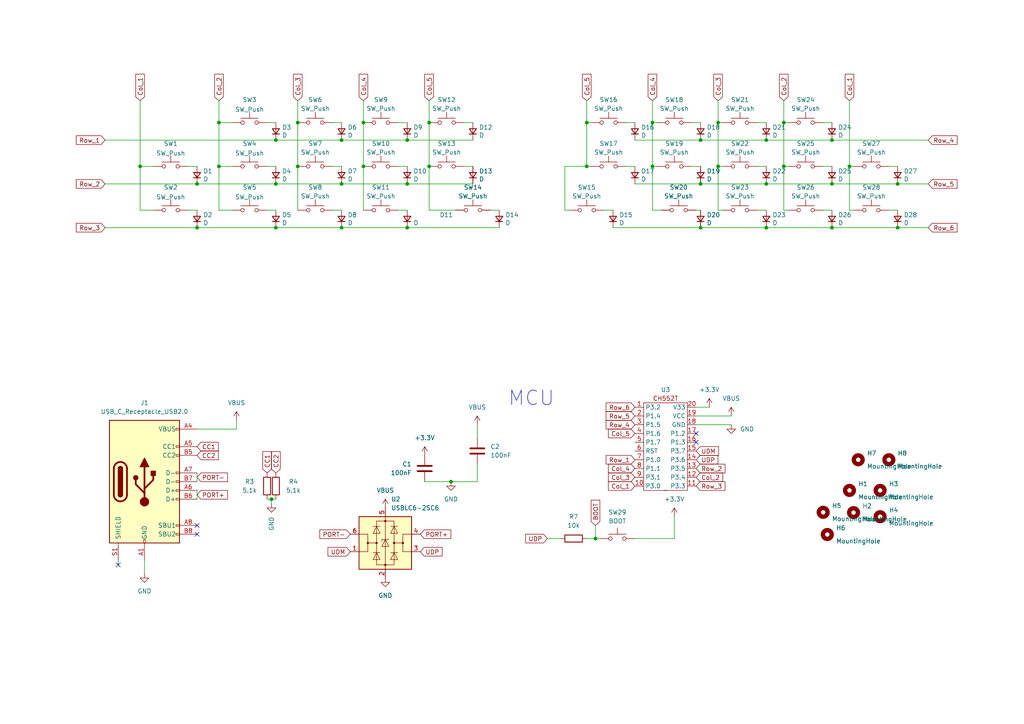
<source format=kicad_sch>
(kicad_sch (version 20230121) (generator eeschema)
  (paper "A4")
  (lib_symbols
    (symbol "Connector:USB_C_Receptacle_USB2.0" (pin_names (offset 1.016))
      (property "Reference" "J" (at -10.16 19.05 0))
      (property "Value" "USB_C_Receptacle_USB2.0" (at 19.05 19.05 0))
      (symbol "USB_C_Receptacle_USB2.0_0_0"
        (rectangle (start -0.254 -17.78) (end 0.254 -16.764))
        (rectangle (start 10.16 -14.986) (end 9.144 -15.494))
        (rectangle (start 10.16 -12.446) (end 9.144 -12.954))
        (rectangle (start 10.16 -4.826) (end 9.144 -5.334))
        (rectangle (start 10.16 -2.286) (end 9.144 -2.794))
        (rectangle (start 10.16 0.254) (end 9.144 -0.254))
        (rectangle (start 10.16 2.794) (end 9.144 2.286))
        (rectangle (start 10.16 7.874) (end 9.144 7.366))
        (rectangle (start 10.16 10.414) (end 9.144 9.906))
        (rectangle (start 10.16 15.494) (end 9.144 14.986))
      )
      (symbol "USB_C_Receptacle_USB2.0_0_1"
        (rectangle (start -10.16 17.78) (end 10.16 -17.78) (stroke (width 0.254)) (fill (type background)))
        (arc (start -8.89 -3.81) (mid -6.985 -5.7067) (end -5.08 -3.81) (stroke (width 0.508)))
        (arc (start -7.62 -3.81) (mid -6.985 -4.4423) (end -6.35 -3.81) (stroke (width 0.254)))
        (arc (start -7.62 -3.81) (mid -6.985 -4.4423) (end -6.35 -3.81) (stroke (width 0.254)) (fill (type outline)))
        (rectangle (start -7.62 -3.81) (end -6.35 3.81) (stroke (width 0.254)) (fill (type outline)))
        (arc (start -6.35 3.81) (mid -6.985 4.4423) (end -7.62 3.81) (stroke (width 0.254)))
        (arc (start -6.35 3.81) (mid -6.985 4.4423) (end -7.62 3.81) (stroke (width 0.254)) (fill (type outline)))
        (arc (start -5.08 3.81) (mid -6.985 5.7067) (end -8.89 3.81) (stroke (width 0.508)))
        (circle (center -2.54 1.143) (radius 0.635) (stroke (width 0.254)) (fill (type outline)))
        (circle (center 0 -5.842) (radius 1.27) (fill (type outline)))
        (polyline (pts (xy -8.89 -3.81) (xy -8.89 3.81)) (stroke (width 0.508)))
        (polyline (pts (xy -5.08 3.81) (xy -5.08 -3.81)) (stroke (width 0.508)))
        (polyline (pts (xy 0 -5.842) (xy 0 4.318)) (stroke (width 0.508)))
        (polyline (pts (xy 0 -3.302) (xy -2.54 -0.762) (xy -2.54 0.508)) (stroke (width 0.508)))
        (polyline (pts (xy 0 -2.032) (xy 2.54 0.508) (xy 2.54 1.778)) (stroke (width 0.508)))
        (polyline (pts (xy -1.27 4.318) (xy 0 6.858) (xy 1.27 4.318) (xy -1.27 4.318)) (stroke (width 0.254)) (fill (type outline)))
        (rectangle (start 1.905 1.778) (end 3.175 3.048) (stroke (width 0.254)) (fill (type outline)))
      )
      (symbol "USB_C_Receptacle_USB2.0_1_1"
        (pin passive line (at 0 -22.86 90) (length 5.08) (name "GND") (number "A1"))
        (pin passive line (at 0 -22.86 90) (length 5.08) hide (name "GND") (number "A12"))
        (pin passive line (at 15.24 15.24 180) (length 5.08) (name "VBUS") (number "A4"))
        (pin bidirectional line (at 15.24 10.16 180) (length 5.08) (name "CC1") (number "A5"))
        (pin bidirectional line (at 15.24 -2.54 180) (length 5.08) (name "D+") (number "A6"))
        (pin bidirectional line (at 15.24 2.54 180) (length 5.08) (name "D-") (number "A7"))
        (pin bidirectional line (at 15.24 -12.7 180) (length 5.08) (name "SBU1") (number "A8"))
        (pin passive line (at 15.24 15.24 180) (length 5.08) hide (name "VBUS") (number "A9"))
        (pin passive line (at 0 -22.86 90) (length 5.08) hide (name "GND") (number "B1"))
        (pin passive line (at 0 -22.86 90) (length 5.08) hide (name "GND") (number "B12"))
        (pin passive line (at 15.24 15.24 180) (length 5.08) hide (name "VBUS") (number "B4"))
        (pin bidirectional line (at 15.24 7.62 180) (length 5.08) (name "CC2") (number "B5"))
        (pin bidirectional line (at 15.24 -5.08 180) (length 5.08) (name "D+") (number "B6"))
        (pin bidirectional line (at 15.24 0 180) (length 5.08) (name "D-") (number "B7"))
        (pin bidirectional line (at 15.24 -15.24 180) (length 5.08) (name "SBU2") (number "B8"))
        (pin passive line (at 15.24 15.24 180) (length 5.08) hide (name "VBUS") (number "B9"))
        (pin passive line (at -7.62 -22.86 90) (length 5.08) (name "SHIELD") (number "S1"))
      )
    )
    (symbol "Device:C" (pin_numbers hide) (pin_names (offset 0.254))
      (property "Reference" "C" (at 0.635 2.54 0))
      (property "Value" "C" (at 0.635 -2.54 0))
      (symbol "C_0_1"
        (polyline (pts (xy -2.032 -0.762) (xy 2.032 -0.762)) (stroke (width 0.508)))
        (polyline (pts (xy -2.032 0.762) (xy 2.032 0.762)) (stroke (width 0.508)))
      )
      (symbol "C_1_1"
        (pin passive line (at 0 3.81 270) (length 2.794) (name "~") (number "1"))
        (pin passive line (at 0 -3.81 90) (length 2.794) (name "~") (number "2"))
      )
    )
    (symbol "Device:D_Small" (pin_numbers hide) (pin_names (offset 0.254) hide)
      (property "Reference" "D" (at -1.27 2.032 0))
      (property "Value" "D_Small" (at -3.81 -2.032 0))
      (symbol "D_Small_0_1"
        (polyline (pts (xy -0.762 -1.016) (xy -0.762 1.016)) (stroke (width 0.254)))
        (polyline (pts (xy -0.762 0) (xy 0.762 0)))
        (polyline (pts (xy 0.762 -1.016) (xy -0.762 0) (xy 0.762 1.016) (xy 0.762 -1.016)) (stroke (width 0.254)))
      )
      (symbol "D_Small_1_1"
        (pin passive line (at -2.54 0 0) (length 1.778) (name "K") (number "1"))
        (pin passive line (at 2.54 0 180) (length 1.778) (name "A") (number "2"))
      )
    )
    (symbol "Device:R" (pin_numbers hide) (pin_names (offset 0))
      (property "Reference" "R" (at 2.032 0 90))
      (property "Value" "R" (at 0 0 90))
      (symbol "R_0_1"
        (rectangle (start -1.016 -2.54) (end 1.016 2.54) (stroke (width 0.254)))
      )
      (symbol "R_1_1"
        (pin passive line (at 0 3.81 270) (length 1.27) (name "~") (number "1"))
        (pin passive line (at 0 -3.81 90) (length 1.27) (name "~") (number "2"))
      )
    )
    (symbol "Mechanical:MountingHole" (pin_names (offset 1.016))
      (property "Reference" "H" (at 0 5.08 0))
      (property "Value" "MountingHole" (at 0 3.175 0))
      (symbol "MountingHole_0_1"
        (circle (center 0 0) (radius 1.27) (stroke (width 1.27)))
      )
    )
    (symbol "Power_Protection:USBLC6-2SC6" (pin_names hide)
      (property "Reference" "U" (at 2.54 8.89 0))
      (property "Value" "USBLC6-2SC6" (at 2.54 -8.89 0))
      (symbol "USBLC6-2SC6_0_1"
        (rectangle (start -7.62 -7.62) (end 7.62 7.62) (stroke (width 0.254)) (fill (type background)))
        (circle (center -5.08 0) (radius 0.254) (fill (type outline)))
        (circle (center -2.54 0) (radius 0.254) (fill (type outline)))
        (rectangle (start -2.54 6.35) (end 2.54 -6.35))
        (circle (center 0 -6.35) (radius 0.254) (fill (type outline)))
        (polyline (pts (xy -5.08 -2.54) (xy -7.62 -2.54)))
        (polyline (pts (xy -5.08 0) (xy -5.08 -2.54)))
        (polyline (pts (xy -5.08 2.54) (xy -7.62 2.54)))
        (polyline (pts (xy -1.524 -2.794) (xy -3.556 -2.794)))
        (polyline (pts (xy -1.524 4.826) (xy -3.556 4.826)))
        (polyline (pts (xy 0 -7.62) (xy 0 -6.35)))
        (polyline (pts (xy 0 -6.35) (xy 0 1.27)))
        (polyline (pts (xy 0 1.27) (xy 0 6.35)))
        (polyline (pts (xy 0 6.35) (xy 0 7.62)))
        (polyline (pts (xy 1.524 -2.794) (xy 3.556 -2.794)))
        (polyline (pts (xy 1.524 4.826) (xy 3.556 4.826)))
        (polyline (pts (xy 5.08 -2.54) (xy 7.62 -2.54)))
        (polyline (pts (xy 5.08 0) (xy 5.08 -2.54)))
        (polyline (pts (xy 5.08 2.54) (xy 7.62 2.54)))
        (polyline (pts (xy -2.54 0) (xy -5.08 0) (xy -5.08 2.54)))
        (polyline (pts (xy 2.54 0) (xy 5.08 0) (xy 5.08 2.54)))
        (polyline (pts (xy -3.556 -4.826) (xy -1.524 -4.826) (xy -2.54 -2.794) (xy -3.556 -4.826)))
        (polyline (pts (xy -3.556 2.794) (xy -1.524 2.794) (xy -2.54 4.826) (xy -3.556 2.794)))
        (polyline (pts (xy -1.016 -1.016) (xy 1.016 -1.016) (xy 0 1.016) (xy -1.016 -1.016)))
        (polyline (pts (xy 1.016 1.016) (xy 0.762 1.016) (xy -1.016 1.016) (xy -1.016 0.508)))
        (polyline (pts (xy 3.556 -4.826) (xy 1.524 -4.826) (xy 2.54 -2.794) (xy 3.556 -4.826)))
        (polyline (pts (xy 3.556 2.794) (xy 1.524 2.794) (xy 2.54 4.826) (xy 3.556 2.794)))
        (circle (center 0 6.35) (radius 0.254) (fill (type outline)))
        (circle (center 2.54 0) (radius 0.254) (fill (type outline)))
        (circle (center 5.08 0) (radius 0.254) (fill (type outline)))
      )
      (symbol "USBLC6-2SC6_1_1"
        (pin passive line (at -10.16 -2.54 0) (length 2.54) (name "I/O1") (number "1"))
        (pin passive line (at 0 -10.16 90) (length 2.54) (name "GND") (number "2"))
        (pin passive line (at 10.16 -2.54 180) (length 2.54) (name "I/O2") (number "3"))
        (pin passive line (at 10.16 2.54 180) (length 2.54) (name "I/O2") (number "4"))
        (pin passive line (at 0 10.16 270) (length 2.54) (name "VBUS") (number "5"))
        (pin passive line (at -10.16 2.54 0) (length 2.54) (name "I/O1") (number "6"))
      )
    )
    (symbol "Switch:SW_Push" (pin_numbers hide) (pin_names (offset 1.016) hide)
      (property "Reference" "SW" (at 1.27 2.54 0))
      (property "Value" "SW_Push" (at 0 -1.524 0))
      (symbol "SW_Push_0_1"
        (circle (center -2.032 0) (radius 0.508))
        (polyline (pts (xy 0 1.27) (xy 0 3.048)))
        (polyline (pts (xy 2.54 1.27) (xy -2.54 1.27)))
        (circle (center 2.032 0) (radius 0.508))
        (pin passive line (at -5.08 0 0) (length 2.54) (name "1") (number "1"))
        (pin passive line (at 5.08 0 180) (length 2.54) (name "2") (number "2"))
      )
    )
    (symbol "apfel:mcu_ch552t_tssop-20"
      (property "Reference" "U1" (at 0 16.51 0))
      (property "Value" "~" (at 0 -12.7 0))
      (symbol "mcu_ch552t_tssop-20_0_1"
        (rectangle (start -6.35 12.7) (end 6.35 -12.7))
      )
      (symbol "mcu_ch552t_tssop-20_1_1"
        (text "CH552T\n" (at 0 13.97 0) (effects (font (size 1.27 1.27))))
        (pin input line (at -8.89 11.43 0) (length 2.54) (name "P3.2") (number "1"))
        (pin input line (at -8.89 -11.43 0) (length 2.54) (name "P3.0") (number "10"))
        (pin input line (at 8.89 -11.43 180) (length 2.54) (name "P3.3") (number "11"))
        (pin input line (at 8.89 -8.89 180) (length 2.54) (name "P3.4") (number "12"))
        (pin input line (at 8.89 -6.35 180) (length 2.54) (name "P3.5") (number "13"))
        (pin input line (at 8.89 -3.81 180) (length 2.54) (name "P3.6") (number "14"))
        (pin input line (at 8.89 -1.27 180) (length 2.54) (name "P3.7") (number "15"))
        (pin input line (at 8.89 1.27 180) (length 2.54) (name "P1.3") (number "16"))
        (pin input line (at 8.89 3.81 180) (length 2.54) (name "P1.2") (number "17"))
        (pin input line (at 8.89 6.35 180) (length 2.54) (name "GND") (number "18"))
        (pin input line (at 8.89 8.89 180) (length 2.54) (name "VCC") (number "19"))
        (pin input line (at -8.89 8.89 0) (length 2.54) (name "P1.4") (number "2"))
        (pin input line (at 8.89 11.43 180) (length 2.54) (name "V33") (number "20"))
        (pin input line (at -8.89 6.35 0) (length 2.54) (name "P1.5") (number "3"))
        (pin input line (at -8.89 3.81 0) (length 2.54) (name "P1.6") (number "4"))
        (pin input line (at -8.89 1.27 0) (length 2.54) (name "P1.7") (number "5"))
        (pin input line (at -8.89 -1.27 0) (length 2.54) (name "RST") (number "6"))
        (pin input line (at -8.89 -3.81 0) (length 2.54) (name "P1.0") (number "7"))
        (pin input line (at -8.89 -6.35 0) (length 2.54) (name "P1.1") (number "8"))
        (pin input line (at -8.89 -8.89 0) (length 2.54) (name "P3.1") (number "9"))
      )
    )
    (symbol "power:+3.3V" (power) (pin_names (offset 0))
      (property "Value" "+3.3V" (at 0 3.556 0))
      (symbol "+3.3V_0_1"
        (polyline (pts (xy -0.762 1.27) (xy 0 2.54)))
        (polyline (pts (xy 0 0) (xy 0 2.54)))
        (polyline (pts (xy 0 2.54) (xy 0.762 1.27)))
      )
      (symbol "+3.3V_1_1"
        (pin power_in line (at 0 0 90) (length 0) hide (name "+3.3V") (number "1"))
      )
    )
    (symbol "power:GND" (power) (pin_names (offset 0))
      (property "Value" "GND" (at 0 -3.81 0))
      (symbol "GND_0_1"
        (polyline (pts (xy 0 0) (xy 0 -1.27) (xy 1.27 -1.27) (xy 0 -2.54) (xy -1.27 -1.27) (xy 0 -1.27)))
      )
      (symbol "GND_1_1"
        (pin power_in line (at 0 0 270) (length 0) hide (name "GND") (number "1"))
      )
    )
    (symbol "power:VBUS" (power) (pin_names (offset 0))
      (property "Value" "VBUS" (at 0 3.81 0))
      (symbol "VBUS_0_1"
        (polyline (pts (xy -0.762 1.27) (xy 0 2.54)))
        (polyline (pts (xy 0 0) (xy 0 2.54)))
        (polyline (pts (xy 0 2.54) (xy 0.762 1.27)))
      )
      (symbol "VBUS_1_1"
        (pin power_in line (at 0 0 90) (length 0) hide (name "VBUS") (number "1"))
      )
    )
  )
  (junction (at 78.74 144.78))
  (junction (at 227.33 35.56))
  (junction (at 105.41 48.26))
  (junction (at 246.38 48.26))
  (junction (at 222.25 53.34))
  (junction (at 260.35 66.04))
  (junction (at 130.81 139.7))
  (junction (at 260.35 53.34))
  (junction (at 80.01 53.34))
  (junction (at 57.15 66.04))
  (junction (at 189.23 35.56))
  (junction (at 86.36 48.26))
  (junction (at 118.11 40.64))
  (junction (at 170.18 35.56))
  (junction (at 203.2 53.34))
  (junction (at 203.2 66.04))
  (junction (at 189.23 48.26))
  (junction (at 241.3 40.64))
  (junction (at 63.5 48.26))
  (junction (at 99.06 53.34))
  (junction (at 124.46 35.56))
  (junction (at 241.3 53.34))
  (junction (at 208.28 35.56))
  (junction (at 203.2 40.64))
  (junction (at 124.46 48.26))
  (junction (at 99.06 40.64))
  (junction (at 241.3 66.04))
  (junction (at 118.11 66.04))
  (junction (at 172.72 156.21))
  (junction (at 57.15 53.34))
  (junction (at 222.25 40.64))
  (junction (at 86.36 35.56))
  (junction (at 80.01 66.04))
  (junction (at 105.41 35.56))
  (junction (at 222.25 66.04))
  (junction (at 227.33 48.26))
  (junction (at 170.18 48.26))
  (junction (at 118.11 53.34))
  (junction (at 63.5 35.56))
  (junction (at 80.01 40.64))
  (junction (at 99.06 66.04))
  (junction (at 208.28 48.26))
  (junction (at 40.64 48.26))
  (no_connect (at 57.15 152.4))
  (no_connect (at 201.93 125.73))
  (no_connect (at 34.29 163.83))
  (no_connect (at 201.93 128.27))
  (no_connect (at 57.15 154.94))
  (wire (pts (xy 189.23 35.56) (xy 190.5 35.56)))
  (wire (pts (xy 227.33 29.21) (xy 227.33 35.56)))
  (wire (pts (xy 203.2 40.64) (xy 222.25 40.64)))
  (wire (pts (xy 222.25 40.64) (xy 241.3 40.64)))
  (wire (pts (xy 63.5 35.56) (xy 67.31 35.56)))
  (wire (pts (xy 138.43 139.7) (xy 138.43 134.62)))
  (wire (pts (xy 86.36 48.26) (xy 86.36 60.96)))
  (wire (pts (xy 241.3 40.64) (xy 269.24 40.64)))
  (wire (pts (xy 142.24 60.96) (xy 144.78 60.96)))
  (wire (pts (xy 99.06 66.04) (xy 118.11 66.04)))
  (wire (pts (xy 222.25 53.34) (xy 241.3 53.34)))
  (wire (pts (xy 238.76 35.56) (xy 241.3 35.56)))
  (wire (pts (xy 86.36 29.21) (xy 86.36 35.56)))
  (wire (pts (xy 208.28 29.21) (xy 208.28 35.56)))
  (wire (pts (xy 195.58 149.86) (xy 195.58 156.21)))
  (wire (pts (xy 170.18 35.56) (xy 171.45 35.56)))
  (wire (pts (xy 78.74 144.78) (xy 80.01 144.78)))
  (wire (pts (xy 208.28 48.26) (xy 209.55 48.26)))
  (wire (pts (xy 105.41 48.26) (xy 105.41 60.96)))
  (wire (pts (xy 96.52 35.56) (xy 99.06 35.56)))
  (wire (pts (xy 184.15 156.21) (xy 195.58 156.21)))
  (wire (pts (xy 246.38 48.26) (xy 247.65 48.26)))
  (wire (pts (xy 63.5 60.96) (xy 67.31 60.96)))
  (wire (pts (xy 208.28 35.56) (xy 208.28 48.26)))
  (wire (pts (xy 96.52 60.96) (xy 99.06 60.96)))
  (wire (pts (xy 123.19 139.7) (xy 130.81 139.7)))
  (wire (pts (xy 201.93 118.11) (xy 205.74 118.11)))
  (wire (pts (xy 30.48 40.64) (xy 80.01 40.64)))
  (wire (pts (xy 54.61 60.96) (xy 57.15 60.96)))
  (wire (pts (xy 189.23 29.21) (xy 189.23 35.56)))
  (wire (pts (xy 80.01 53.34) (xy 99.06 53.34)))
  (wire (pts (xy 257.81 60.96) (xy 260.35 60.96)))
  (wire (pts (xy 99.06 53.34) (xy 118.11 53.34)))
  (wire (pts (xy 181.61 48.26) (xy 184.15 48.26)))
  (wire (pts (xy 260.35 53.34) (xy 269.24 53.34)))
  (wire (pts (xy 227.33 48.26) (xy 228.6 48.26)))
  (wire (pts (xy 115.57 60.96) (xy 118.11 60.96)))
  (wire (pts (xy 57.15 142.24) (xy 57.15 144.78)))
  (wire (pts (xy 40.64 29.21) (xy 40.64 48.26)))
  (wire (pts (xy 80.01 66.04) (xy 99.06 66.04)))
  (wire (pts (xy 246.38 60.96) (xy 247.65 60.96)))
  (wire (pts (xy 118.11 53.34) (xy 137.16 53.34)))
  (wire (pts (xy 172.72 152.4) (xy 172.72 156.21)))
  (wire (pts (xy 181.61 35.56) (xy 184.15 35.56)))
  (wire (pts (xy 175.26 60.96) (xy 177.8 60.96)))
  (wire (pts (xy 227.33 60.96) (xy 228.6 60.96)))
  (wire (pts (xy 170.18 156.21) (xy 172.72 156.21)))
  (wire (pts (xy 200.66 35.56) (xy 203.2 35.56)))
  (wire (pts (xy 238.76 48.26) (xy 241.3 48.26)))
  (wire (pts (xy 201.93 120.65) (xy 212.09 120.65)))
  (wire (pts (xy 34.29 162.56) (xy 34.29 163.83)))
  (wire (pts (xy 96.52 48.26) (xy 99.06 48.26)))
  (wire (pts (xy 41.91 162.56) (xy 41.91 166.37)))
  (wire (pts (xy 63.5 29.21) (xy 63.5 35.56)))
  (wire (pts (xy 203.2 66.04) (xy 222.25 66.04)))
  (wire (pts (xy 40.64 60.96) (xy 44.45 60.96)))
  (wire (pts (xy 212.09 123.19) (xy 201.93 123.19)))
  (wire (pts (xy 177.8 66.04) (xy 203.2 66.04)))
  (wire (pts (xy 246.38 29.21) (xy 246.38 48.26)))
  (wire (pts (xy 77.47 35.56) (xy 80.01 35.56)))
  (wire (pts (xy 184.15 40.64) (xy 203.2 40.64)))
  (wire (pts (xy 77.47 60.96) (xy 80.01 60.96)))
  (wire (pts (xy 78.74 144.78) (xy 78.74 146.05)))
  (wire (pts (xy 241.3 66.04) (xy 260.35 66.04)))
  (wire (pts (xy 77.47 48.26) (xy 80.01 48.26)))
  (wire (pts (xy 238.76 60.96) (xy 241.3 60.96)))
  (wire (pts (xy 124.46 48.26) (xy 124.46 60.96)))
  (wire (pts (xy 219.71 48.26) (xy 222.25 48.26)))
  (wire (pts (xy 134.62 48.26) (xy 137.16 48.26)))
  (wire (pts (xy 189.23 35.56) (xy 189.23 48.26)))
  (wire (pts (xy 30.48 53.34) (xy 57.15 53.34)))
  (wire (pts (xy 54.61 48.26) (xy 57.15 48.26)))
  (wire (pts (xy 63.5 35.56) (xy 63.5 48.26)))
  (wire (pts (xy 170.18 35.56) (xy 170.18 48.26)))
  (wire (pts (xy 246.38 48.26) (xy 246.38 60.96)))
  (wire (pts (xy 40.64 48.26) (xy 44.45 48.26)))
  (wire (pts (xy 208.28 35.56) (xy 209.55 35.56)))
  (wire (pts (xy 99.06 40.64) (xy 118.11 40.64)))
  (wire (pts (xy 115.57 48.26) (xy 118.11 48.26)))
  (wire (pts (xy 86.36 35.56) (xy 86.36 48.26)))
  (wire (pts (xy 222.25 66.04) (xy 241.3 66.04)))
  (wire (pts (xy 163.83 60.96) (xy 165.1 60.96)))
  (wire (pts (xy 124.46 60.96) (xy 132.08 60.96)))
  (wire (pts (xy 208.28 60.96) (xy 209.55 60.96)))
  (wire (pts (xy 68.58 124.46) (xy 68.58 121.92)))
  (wire (pts (xy 134.62 35.56) (xy 137.16 35.56)))
  (wire (pts (xy 118.11 40.64) (xy 137.16 40.64)))
  (wire (pts (xy 138.43 123.19) (xy 138.43 127)))
  (wire (pts (xy 203.2 53.34) (xy 222.25 53.34)))
  (wire (pts (xy 63.5 48.26) (xy 63.5 60.96)))
  (wire (pts (xy 63.5 48.26) (xy 67.31 48.26)))
  (wire (pts (xy 130.81 139.7) (xy 138.43 139.7)))
  (wire (pts (xy 170.18 29.21) (xy 170.18 35.56)))
  (wire (pts (xy 163.83 48.26) (xy 170.18 48.26)))
  (wire (pts (xy 118.11 66.04) (xy 144.78 66.04)))
  (wire (pts (xy 189.23 48.26) (xy 189.23 60.96)))
  (wire (pts (xy 105.41 35.56) (xy 105.41 48.26)))
  (wire (pts (xy 201.93 60.96) (xy 203.2 60.96)))
  (wire (pts (xy 257.81 48.26) (xy 260.35 48.26)))
  (wire (pts (xy 57.15 53.34) (xy 80.01 53.34)))
  (wire (pts (xy 189.23 48.26) (xy 190.5 48.26)))
  (wire (pts (xy 115.57 35.56) (xy 118.11 35.56)))
  (wire (pts (xy 172.72 156.21) (xy 173.99 156.21)))
  (wire (pts (xy 170.18 48.26) (xy 171.45 48.26)))
  (wire (pts (xy 30.48 66.04) (xy 57.15 66.04)))
  (wire (pts (xy 189.23 60.96) (xy 191.77 60.96)))
  (wire (pts (xy 80.01 40.64) (xy 99.06 40.64)))
  (wire (pts (xy 77.47 144.78) (xy 78.74 144.78)))
  (wire (pts (xy 219.71 35.56) (xy 222.25 35.56)))
  (wire (pts (xy 241.3 53.34) (xy 260.35 53.34)))
  (wire (pts (xy 260.35 66.04) (xy 269.24 66.04)))
  (wire (pts (xy 40.64 48.26) (xy 40.64 60.96)))
  (wire (pts (xy 124.46 35.56) (xy 124.46 48.26)))
  (wire (pts (xy 105.41 29.21) (xy 105.41 35.56)))
  (wire (pts (xy 227.33 35.56) (xy 228.6 35.56)))
  (wire (pts (xy 184.15 53.34) (xy 203.2 53.34)))
  (wire (pts (xy 57.15 137.16) (xy 57.15 139.7)))
  (wire (pts (xy 57.15 124.46) (xy 68.58 124.46)))
  (wire (pts (xy 227.33 48.26) (xy 227.33 60.96)))
  (wire (pts (xy 208.28 48.26) (xy 208.28 60.96)))
  (wire (pts (xy 219.71 60.96) (xy 222.25 60.96)))
  (wire (pts (xy 57.15 66.04) (xy 80.01 66.04)))
  (wire (pts (xy 158.75 156.21) (xy 162.56 156.21)))
  (wire (pts (xy 227.33 35.56) (xy 227.33 48.26)))
  (wire (pts (xy 163.83 48.26) (xy 163.83 60.96)))
  (wire (pts (xy 200.66 48.26) (xy 203.2 48.26)))
  (wire (pts (xy 124.46 29.21) (xy 124.46 35.56)))
  (text "MCU" (at 147.32 118.11 0) (effects (font (size 4.2 4.2)) (justify left bottom)))
  (global_label "Row_6" (shape input) (at 184.15 118.11 180) (property "Intersheetrefs" "${INTERSHEET_REFS}" (effects hide)))
  (global_label "PORT-" (shape input) (at 101.6 154.94 180) (property "Intersheetrefs" "${INTERSHEET_REFS}" (effects hide)))
  (global_label "CC1" (shape input) (at 57.15 129.54 0) (property "Intersheetrefs" "${INTERSHEET_REFS}" (effects hide)))
  (global_label "Row_1" (shape input) (at 184.15 133.35 180) (property "Intersheetrefs" "${INTERSHEET_REFS}" (effects hide)))
  (global_label "Col_3" (shape input) (at 208.28 29.21 90) (property "Intersheetrefs" "${INTERSHEET_REFS}" (effects hide)))
  (global_label "Col_5" (shape input) (at 124.46 29.21 90) (property "Intersheetrefs" "${INTERSHEET_REFS}" (effects hide)))
  (global_label "Col_1" (shape input) (at 246.38 29.21 90) (property "Intersheetrefs" "${INTERSHEET_REFS}" (effects hide)))
  (global_label "BOOT" (shape input) (at 172.72 152.4 90) (property "Intersheetrefs" "${INTERSHEET_REFS}" (effects hide)))
  (global_label "Row_3" (shape input) (at 30.48 66.04 180) (property "Intersheetrefs" "${INTERSHEET_REFS}" (effects hide)))
  (global_label "Row_3" (shape input) (at 201.93 140.97 0) (property "Intersheetrefs" "${INTERSHEET_REFS}" (effects hide)))
  (global_label "CC1" (shape input) (at 77.47 137.16 90) (property "Intersheetrefs" "${INTERSHEET_REFS}" (effects hide)))
  (global_label "UDP" (shape input) (at 121.92 160.02 0) (property "Intersheetrefs" "${INTERSHEET_REFS}" (effects hide)))
  (global_label "PORT+" (shape input) (at 57.15 143.51 0) (property "Intersheetrefs" "${INTERSHEET_REFS}" (effects hide)))
  (global_label "UDM" (shape input) (at 201.93 130.81 0) (property "Intersheetrefs" "${INTERSHEET_REFS}" (effects hide)))
  (global_label "Row_2" (shape input) (at 201.93 135.89 0) (property "Intersheetrefs" "${INTERSHEET_REFS}" (effects hide)))
  (global_label "Row_5" (shape input) (at 269.24 53.34 0) (property "Intersheetrefs" "${INTERSHEET_REFS}" (effects hide)))
  (global_label "Col_3" (shape input) (at 184.15 138.43 180) (property "Intersheetrefs" "${INTERSHEET_REFS}" (effects hide)))
  (global_label "Row_6" (shape input) (at 269.24 66.04 0) (property "Intersheetrefs" "${INTERSHEET_REFS}" (effects hide)))
  (global_label "CC2" (shape input) (at 80.01 137.16 90) (property "Intersheetrefs" "${INTERSHEET_REFS}" (effects hide)))
  (global_label "Col_4" (shape input) (at 105.41 29.21 90) (property "Intersheetrefs" "${INTERSHEET_REFS}" (effects hide)))
  (global_label "Row_4" (shape input) (at 184.15 123.19 180) (property "Intersheetrefs" "${INTERSHEET_REFS}" (effects hide)))
  (global_label "Col_5" (shape input) (at 184.15 125.73 180) (property "Intersheetrefs" "${INTERSHEET_REFS}" (effects hide)))
  (global_label "Col_1" (shape input) (at 40.64 29.21 90) (property "Intersheetrefs" "${INTERSHEET_REFS}" (effects hide)))
  (global_label "Row_2" (shape input) (at 30.48 53.34 180) (property "Intersheetrefs" "${INTERSHEET_REFS}" (effects hide)))
  (global_label "Row_1" (shape input) (at 30.48 40.64 180) (property "Intersheetrefs" "${INTERSHEET_REFS}" (effects hide)))
  (global_label "UDP" (shape input) (at 201.93 133.35 0) (property "Intersheetrefs" "${INTERSHEET_REFS}" (effects hide)))
  (global_label "Row_5" (shape input) (at 184.15 120.65 180) (property "Intersheetrefs" "${INTERSHEET_REFS}" (effects hide)))
  (global_label "Col_4" (shape input) (at 184.15 135.89 180) (property "Intersheetrefs" "${INTERSHEET_REFS}" (effects hide)))
  (global_label "UDP" (shape input) (at 158.75 156.21 180) (property "Intersheetrefs" "${INTERSHEET_REFS}" (effects hide)))
  (global_label "UDM" (shape input) (at 101.6 160.02 180) (property "Intersheetrefs" "${INTERSHEET_REFS}" (effects hide)))
  (global_label "Col_4" (shape input) (at 189.23 29.21 90) (property "Intersheetrefs" "${INTERSHEET_REFS}" (effects hide)))
  (global_label "Col_2" (shape input) (at 227.33 29.21 90) (property "Intersheetrefs" "${INTERSHEET_REFS}" (effects hide)))
  (global_label "Col_1" (shape input) (at 184.15 140.97 180) (property "Intersheetrefs" "${INTERSHEET_REFS}" (effects hide)))
  (global_label "PORT-" (shape input) (at 57.15 138.43 0) (property "Intersheetrefs" "${INTERSHEET_REFS}" (effects hide)))
  (global_label "Col_2" (shape input) (at 63.5 29.21 90) (property "Intersheetrefs" "${INTERSHEET_REFS}" (effects hide)))
  (global_label "Row_4" (shape input) (at 269.24 40.64 0) (property "Intersheetrefs" "${INTERSHEET_REFS}" (effects hide)))
  (global_label "Col_5" (shape input) (at 170.18 29.21 90) (property "Intersheetrefs" "${INTERSHEET_REFS}" (effects hide)))
  (global_label "Col_3" (shape input) (at 86.36 29.21 90) (property "Intersheetrefs" "${INTERSHEET_REFS}" (effects hide)))
  (global_label "PORT+" (shape input) (at 121.92 154.94 0) (property "Intersheetrefs" "${INTERSHEET_REFS}" (effects hide)))
  (global_label "Col_2" (shape input) (at 201.93 138.43 0) (property "Intersheetrefs" "${INTERSHEET_REFS}" (effects hide)))
  (global_label "CC2" (shape input) (at 57.15 132.08 0) (property "Intersheetrefs" "${INTERSHEET_REFS}" (effects hide)))
  (symbol (lib_id "Device:D_Small") (at 137.16 50.8 90) (unit 1)
    (property "Reference" "D13" (at 138.938 49.6316 90) (effects (justify right)))
    (property "Value" "D" (at 138.938 51.943 90) (effects (justify right)))
    (property "Footprint" "weteor:D_SOD-123" (effects hide))
    (property "Sim.Device" "D" (effects hide))
    (property "Sim.Pins" "1=K 2=A" (effects hide))
  )
  (symbol (lib_id "Device:R") (at 77.47 140.97 0) (mirror y) (unit 1)
    (property "Reference" "R3" (at 72.39 139.7 0))
    (property "Value" "5.1k" (at 72.39 142.24 0))
    (property "Footprint" "weteor:R_0603_HandSolder" (effects hide))
  )
  (symbol (lib_id "Device:D_Small") (at 260.35 63.5 90) (unit 1)
    (property "Reference" "D28" (at 262.128 62.3316 90) (effects (justify right)))
    (property "Value" "D" (at 262.128 64.643 90) (effects (justify right)))
    (property "Footprint" "weteor:D_SOD-123" (effects hide))
    (property "Sim.Device" "D" (effects hide))
    (property "Sim.Pins" "1=K 2=A" (effects hide))
  )
  (symbol (lib_id "Device:D_Small") (at 260.35 50.8 90) (unit 1)
    (property "Reference" "D27" (at 262.128 49.6316 90) (effects (justify right)))
    (property "Value" "D" (at 262.128 51.943 90) (effects (justify right)))
    (property "Footprint" "weteor:D_SOD-123" (effects hide))
    (property "Sim.Device" "D" (effects hide))
    (property "Sim.Pins" "1=K 2=A" (effects hide))
  )
  (symbol (lib_id "Mechanical:MountingHole") (at 239.9485 155.0325 0) (unit 1)
    (property "Reference" "H6" (at 242.4885 153.1274 0) (effects (justify left)))
    (property "Value" "MountingHole" (at 242.4885 156.9374 0) (effects (justify left)))
    (property "Footprint" "MountingHole:MountingHole_2.2mm_M2" (effects hide))
  )
  (symbol (lib_id "Switch:SW_Push") (at 196.85 60.96 0) (unit 1)
    (property "Reference" "SW20" (at 196.85 54.3392 0))
    (property "Value" "SW_Push" (at 196.85 56.8761 0))
    (property "Footprint" "weteor:MX_ChocV1_V2_Hotswap" (effects hide))
  )
  (symbol (lib_id "Device:D_Small") (at 118.11 63.5 90) (unit 1)
    (property "Reference" "D11" (at 127.508 62.3316 90) (effects (justify right)))
    (property "Value" "D" (at 119.888 64.643 90) (effects (justify right)))
    (property "Footprint" "weteor:D_SOD-123" (effects hide))
    (property "Sim.Device" "D" (effects hide))
    (property "Sim.Pins" "1=K 2=A" (effects hide))
  )
  (symbol (lib_id "power:VBUS") (at 111.76 147.32 0) (unit 1)
    (property "Reference" "#PWR08" (effects hide))
    (property "Value" "VBUS" (at 111.76 142.24 0))
  )
  (symbol (lib_id "Device:D_Small") (at 203.2 63.5 90) (unit 1)
    (property "Reference" "D20" (at 204.978 62.3316 90) (effects (justify right)))
    (property "Value" "D" (at 204.978 64.643 90) (effects (justify right)))
    (property "Footprint" "weteor:D_SOD-123" (effects hide))
    (property "Sim.Device" "D" (effects hide))
    (property "Sim.Pins" "1=K 2=A" (effects hide))
  )
  (symbol (lib_id "Switch:SW_Push") (at 72.39 60.96 0) (unit 1)
    (property "Reference" "SW5" (at 72.39 54.3392 0))
    (property "Value" "SW_Push" (at 72.39 57.15 0))
    (property "Footprint" "weteor:MX_ChocV1_V2_Hotswap" (effects hide))
  )
  (symbol (lib_id "Switch:SW_Push") (at 49.53 48.26 0) (unit 1)
    (property "Reference" "SW1" (at 49.53 41.6392 0))
    (property "Value" "SW_Push" (at 49.53 44.45 0))
    (property "Footprint" "weteor:MX_ChocV1_V2_Hotswap" (effects hide))
  )
  (symbol (lib_id "Device:R") (at 80.01 140.97 0) (mirror y) (unit 1)
    (property "Reference" "R4" (at 85.09 139.7 0))
    (property "Value" "5.1k" (at 85.09 142.24 0))
    (property "Footprint" "weteor:R_0603_HandSolder" (effects hide))
  )
  (symbol (lib_id "Device:D_Small") (at 80.01 50.8 90) (unit 1)
    (property "Reference" "D4" (at 81.788 49.6316 90) (effects (justify right)))
    (property "Value" "D" (at 81.788 51.943 90) (effects (justify right)))
    (property "Footprint" "weteor:D_SOD-123" (effects hide))
    (property "Sim.Device" "D" (effects hide))
    (property "Sim.Pins" "1=K 2=A" (effects hide))
  )
  (symbol (lib_id "Switch:SW_Push") (at 110.49 48.26 0) (unit 1)
    (property "Reference" "SW10" (at 110.49 41.6392 0))
    (property "Value" "SW_Push" (at 110.49 44.1761 0))
    (property "Footprint" "weteor:MX_ChocV1_V2_Hotswap" (effects hide))
  )
  (symbol (lib_id "apfel:mcu_ch552t_tssop-20") (at 193.04 129.54 0) (unit 1)
    (property "Reference" "U3" (at 193.04 113.03 0))
    (property "Value" "~" (at 193.04 142.24 0))
    (property "Footprint" "Package_SO:TSSOP-20_4.4x6.5mm_P0.65mm" (effects hide))
    (property "JLCPCB_CORRECTION" "0; 0; 270" (effects hide))
    (property "LCSC" "C111367" (effects hide))
  )
  (symbol (lib_id "Mechanical:MountingHole") (at 247.5685 148.6825 0) (unit 1)
    (property "Reference" "H2" (at 250.1085 146.7774 0) (effects (justify left)))
    (property "Value" "MountingHole" (at 250.1085 150.5874 0) (effects (justify left)))
    (property "Footprint" "MountingHole:MountingHole_2.2mm_M2" (effects hide))
  )
  (symbol (lib_id "Device:R") (at 166.37 156.21 90) (unit 1)
    (property "Reference" "R7" (at 166.37 149.86 90))
    (property "Value" "10k" (at 166.37 152.4 90))
    (property "Footprint" "weteor:R_0603_HandSolder" (effects hide))
    (property "LCSC" "C25744" (effects hide))
  )
  (symbol (lib_id "Mechanical:MountingHole") (at 238.76 148.59 0) (unit 1)
    (property "Reference" "H5" (at 241.3 146.6849 0) (effects (justify left)))
    (property "Value" "MountingHole" (at 241.3 150.4949 0) (effects (justify left)))
    (property "Footprint" "MountingHole:MountingHole_2.2mm_M2" (effects hide))
  )
  (symbol (lib_id "power:+3.3V") (at 195.58 149.86 0) (mirror y) (unit 1)
    (property "Reference" "#PWR013" (effects hide))
    (property "Value" "+3.3V" (at 195.58 144.78 0))
  )
  (symbol (lib_id "Device:D_Small") (at 241.3 38.1 90) (unit 1)
    (property "Reference" "D24" (at 243.078 36.9316 90) (effects (justify right)))
    (property "Value" "D" (at 243.078 39.243 90) (effects (justify right)))
    (property "Footprint" "weteor:D_SOD-123" (effects hide))
    (property "Sim.Device" "D" (effects hide))
    (property "Sim.Pins" "1=K 2=A" (effects hide))
  )
  (symbol (lib_id "Device:D_Small") (at 177.8 63.5 90) (unit 1)
    (property "Reference" "D15" (at 179.578 62.3316 90) (effects (justify right)))
    (property "Value" "D" (at 179.578 64.643 90) (effects (justify right)))
    (property "Footprint" "weteor:D_SOD-123" (effects hide))
    (property "Sim.Device" "D" (effects hide))
    (property "Sim.Pins" "1=K 2=A" (effects hide))
  )
  (symbol (lib_id "Device:D_Small") (at 137.16 38.1 90) (unit 1)
    (property "Reference" "D12" (at 138.938 36.9316 90) (effects (justify right)))
    (property "Value" "D" (at 138.938 39.243 90) (effects (justify right)))
    (property "Footprint" "weteor:D_SOD-123" (effects hide))
    (property "Sim.Device" "D" (effects hide))
    (property "Sim.Pins" "1=K 2=A" (effects hide))
  )
  (symbol (lib_id "Mechanical:MountingHole") (at 257.81 133.35 0) (unit 1)
    (property "Reference" "H8" (at 260.35 131.4449 0) (effects (justify left)))
    (property "Value" "MountingHole" (at 260.35 135.2549 0) (effects (justify left)))
    (property "Footprint" "MountingHole:MountingHole_2.2mm_M2" (effects hide))
  )
  (symbol (lib_id "Switch:SW_Push") (at 214.63 35.56 0) (unit 1)
    (property "Reference" "SW21" (at 214.63 28.9392 0))
    (property "Value" "SW_Push" (at 214.63 31.4761 0))
    (property "Footprint" "weteor:MX_ChocV1_V2_Hotswap" (effects hide))
  )
  (symbol (lib_id "Mechanical:MountingHole") (at 255.27 149.86 0) (unit 1)
    (property "Reference" "H4" (at 257.81 147.9549 0) (effects (justify left)))
    (property "Value" "MountingHole" (at 257.81 151.7649 0) (effects (justify left)))
    (property "Footprint" "MountingHole:MountingHole_2.2mm_M2" (effects hide))
  )
  (symbol (lib_id "Connector:USB_C_Receptacle_USB2.0") (at 41.91 139.7 0) (unit 1)
    (property "Reference" "J1" (at 41.91 116.84 0))
    (property "Value" "USB_C_Receptacle_USB2.0" (at 41.91 119.38 0))
    (property "Footprint" "weteor:USB-C-12-Pin-MidMount" (effects hide))
    (property "Datasheet" "https://www.usb.org/sites/default/files/documents/usb_type-c.zip" (effects hide))
  )
  (symbol (lib_id "Device:D_Small") (at 57.15 63.5 90) (unit 1)
    (property "Reference" "D2" (at 58.928 62.3316 90) (effects (justify right)))
    (property "Value" "D" (at 58.928 64.643 90) (effects (justify right)))
    (property "Footprint" "weteor:D_SOD-123" (effects hide))
    (property "Sim.Device" "D" (effects hide))
    (property "Sim.Pins" "1=K 2=A" (effects hide))
  )
  (symbol (lib_id "Mechanical:MountingHole") (at 246.38 142.24 0) (unit 1)
    (property "Reference" "H1" (at 248.92 140.3349 0) (effects (justify left)))
    (property "Value" "MountingHole" (at 248.92 144.1449 0) (effects (justify left)))
    (property "Footprint" "MountingHole:MountingHole_2.2mm_M2" (effects hide))
  )
  (symbol (lib_id "Mechanical:MountingHole") (at 248.92 133.35 0) (unit 1)
    (property "Reference" "H7" (at 251.46 131.4449 0) (effects (justify left)))
    (property "Value" "MountingHole" (at 251.46 135.2549 0) (effects (justify left)))
    (property "Footprint" "MountingHole:MountingHole_2.2mm_M2" (effects hide))
  )
  (symbol (lib_id "Device:D_Small") (at 57.15 50.8 90) (unit 1)
    (property "Reference" "D1" (at 58.928 49.6316 90) (effects (justify right)))
    (property "Value" "D" (at 58.928 51.943 90) (effects (justify right)))
    (property "Footprint" "weteor:D_SOD-123" (effects hide))
    (property "Sim.Device" "D" (effects hide))
    (property "Sim.Pins" "1=K 2=A" (effects hide))
  )
  (symbol (lib_id "power:GND") (at 212.09 123.19 0) (unit 1)
    (property "Reference" "#PWR016" (effects hide))
    (property "Value" "GND" (at 214.63 124.46 0) (effects (justify left)))
  )
  (symbol (lib_id "power:VBUS") (at 212.09 120.65 0) (unit 1)
    (property "Reference" "#PWR015" (effects hide))
    (property "Value" "VBUS" (at 212.09 115.57 0))
  )
  (symbol (lib_id "Device:D_Small") (at 241.3 50.8 90) (unit 1)
    (property "Reference" "D25" (at 243.078 49.6316 90) (effects (justify right)))
    (property "Value" "D" (at 243.078 51.943 90) (effects (justify right)))
    (property "Footprint" "weteor:D_SOD-123" (effects hide))
    (property "Sim.Device" "D" (effects hide))
    (property "Sim.Pins" "1=K 2=A" (effects hide))
  )
  (symbol (lib_id "Device:D_Small") (at 99.06 63.5 90) (unit 1)
    (property "Reference" "D8" (at 100.838 62.3316 90) (effects (justify right)))
    (property "Value" "D" (at 100.838 64.643 90) (effects (justify right)))
    (property "Footprint" "weteor:D_SOD-123" (effects hide))
    (property "Sim.Device" "D" (effects hide))
    (property "Sim.Pins" "1=K 2=A" (effects hide))
  )
  (symbol (lib_id "Switch:SW_Push") (at 233.68 60.96 0) (unit 1)
    (property "Reference" "SW26" (at 233.68 54.3392 0))
    (property "Value" "SW_Push" (at 233.68 56.8761 0))
    (property "Footprint" "weteor:MX_ChocV1_V2_Hotswap" (effects hide))
  )
  (symbol (lib_id "power:VBUS") (at 68.58 121.92 0) (unit 1)
    (property "Reference" "#PWR02" (effects hide))
    (property "Value" "VBUS" (at 68.58 116.84 0))
  )
  (symbol (lib_id "Switch:SW_Push") (at 233.68 48.26 0) (unit 1)
    (property "Reference" "SW25" (at 233.68 41.6392 0))
    (property "Value" "SW_Push" (at 233.68 44.1761 0))
    (property "Footprint" "weteor:MX_ChocV1_V2_Hotswap" (effects hide))
  )
  (symbol (lib_id "Device:D_Small") (at 203.2 38.1 90) (unit 1)
    (property "Reference" "D18" (at 204.978 36.9316 90) (effects (justify right)))
    (property "Value" "D" (at 204.978 39.243 90) (effects (justify right)))
    (property "Footprint" "weteor:D_SOD-123" (effects hide))
    (property "Sim.Device" "D" (effects hide))
    (property "Sim.Pins" "1=K 2=A" (effects hide))
  )
  (symbol (lib_id "Switch:SW_Push") (at 252.73 48.26 0) (unit 1)
    (property "Reference" "SW27" (at 252.73 41.6392 0))
    (property "Value" "SW_Push" (at 252.73 44.1761 0))
    (property "Footprint" "weteor:MX_ChocV1_V2_Hotswap" (effects hide))
  )
  (symbol (lib_id "Switch:SW_Push") (at 233.68 35.56 0) (unit 1)
    (property "Reference" "SW24" (at 233.68 28.9392 0))
    (property "Value" "SW_Push" (at 233.68 31.4761 0))
    (property "Footprint" "weteor:MX_ChocV1_V2_Hotswap" (effects hide))
  )
  (symbol (lib_id "Device:D_Small") (at 222.25 63.5 90) (unit 1)
    (property "Reference" "D23" (at 224.028 62.3316 90) (effects (justify right)))
    (property "Value" "D" (at 224.028 64.643 90) (effects (justify right)))
    (property "Footprint" "weteor:D_SOD-123" (effects hide))
    (property "Sim.Device" "D" (effects hide))
    (property "Sim.Pins" "1=K 2=A" (effects hide))
  )
  (symbol (lib_id "Device:D_Small") (at 80.01 63.5 90) (unit 1)
    (property "Reference" "D5" (at 81.788 62.3316 90) (effects (justify right)))
    (property "Value" "D" (at 81.788 64.643 90) (effects (justify right)))
    (property "Footprint" "weteor:D_SOD-123" (effects hide))
    (property "Sim.Device" "D" (effects hide))
    (property "Sim.Pins" "1=K 2=A" (effects hide))
  )
  (symbol (lib_id "Device:D_Small") (at 118.11 50.8 90) (unit 1)
    (property "Reference" "D10" (at 119.888 49.6316 90) (effects (justify right)))
    (property "Value" "D" (at 119.888 51.943 90) (effects (justify right)))
    (property "Footprint" "weteor:D_SOD-123" (effects hide))
    (property "Sim.Device" "D" (effects hide))
    (property "Sim.Pins" "1=K 2=A" (effects hide))
  )
  (symbol (lib_id "Device:D_Small") (at 144.78 63.5 90) (unit 1)
    (property "Reference" "D14" (at 146.558 62.3316 90) (effects (justify right)))
    (property "Value" "D" (at 146.558 64.643 90) (effects (justify right)))
    (property "Footprint" "weteor:D_SOD-123" (effects hide))
    (property "Sim.Device" "D" (effects hide))
    (property "Sim.Pins" "1=K 2=A" (effects hide))
  )
  (symbol (lib_id "Switch:SW_Push") (at 110.49 35.56 0) (unit 1)
    (property "Reference" "SW9" (at 110.49 28.9392 0))
    (property "Value" "SW_Push" (at 110.49 31.4761 0))
    (property "Footprint" "weteor:MX_ChocV1_V2_Hotswap" (effects hide))
  )
  (symbol (lib_id "Switch:SW_Push") (at 214.63 60.96 0) (unit 1)
    (property "Reference" "SW23" (at 214.63 54.3392 0))
    (property "Value" "SW_Push" (at 214.63 56.8761 0))
    (property "Footprint" "weteor:MX_ChocV1_V2_Hotswap" (effects hide))
  )
  (symbol (lib_id "Device:D_Small") (at 80.01 38.1 90) (unit 1)
    (property "Reference" "D3" (at 81.788 36.9316 90) (effects (justify right)))
    (property "Value" "D" (at 81.788 39.243 90) (effects (justify right)))
    (property "Footprint" "weteor:D_SOD-123" (effects hide))
    (property "Sim.Device" "D" (effects hide))
    (property "Sim.Pins" "1=K 2=A" (effects hide))
  )
  (symbol (lib_id "Switch:SW_Push") (at 170.18 60.96 0) (unit 1)
    (property "Reference" "SW15" (at 170.18 54.3392 0))
    (property "Value" "SW_Push" (at 170.18 56.8761 0))
    (property "Footprint" "weteor:MX_ChocV1_V2_Hotswap_1.5u" (effects hide))
  )
  (symbol (lib_id "Switch:SW_Push") (at 137.16 60.96 0) (unit 1)
    (property "Reference" "SW14" (at 137.16 54.3392 0))
    (property "Value" "SW_Push" (at 137.16 56.8761 0))
    (property "Footprint" "weteor:MX_ChocV1_V2_Hotswap_1.5u" (effects hide))
  )
  (symbol (lib_id "power:GND") (at 41.91 166.37 0) (unit 1)
    (property "Reference" "#PWR01" (effects hide))
    (property "Value" "GND" (at 41.91 171.45 0))
  )
  (symbol (lib_id "Switch:SW_Push") (at 195.58 48.26 0) (unit 1)
    (property "Reference" "SW19" (at 195.58 41.6392 0))
    (property "Value" "SW_Push" (at 195.58 44.1761 0))
    (property "Footprint" "weteor:MX_ChocV1_V2_Hotswap" (effects hide))
  )
  (symbol (lib_id "Switch:SW_Push") (at 129.54 48.26 0) (unit 1)
    (property "Reference" "SW13" (at 129.54 41.6392 0))
    (property "Value" "SW_Push" (at 129.54 44.1761 0))
    (property "Footprint" "weteor:MX_ChocV1_V2_Hotswap" (effects hide))
  )
  (symbol (lib_id "power:GND") (at 111.76 167.64 0) (unit 1)
    (property "Reference" "#PWR09" (effects hide))
    (property "Value" "GND" (at 111.76 172.72 0))
  )
  (symbol (lib_id "power:GND") (at 130.81 139.7 0) (unit 1)
    (property "Reference" "#PWR011" (effects hide))
    (property "Value" "GND" (at 130.81 144.78 0))
  )
  (symbol (lib_id "Switch:SW_Push") (at 195.58 35.56 0) (unit 1)
    (property "Reference" "SW18" (at 195.58 28.9392 0))
    (property "Value" "SW_Push" (at 195.58 31.4761 0))
    (property "Footprint" "weteor:MX_ChocV1_V2_Hotswap" (effects hide))
  )
  (symbol (lib_id "Switch:SW_Push") (at 110.49 60.96 0) (unit 1)
    (property "Reference" "SW11" (at 110.49 54.3392 0))
    (property "Value" "SW_Push" (at 110.49 56.8761 0))
    (property "Footprint" "weteor:MX_ChocV1_V2_Hotswap" (effects hide))
  )
  (symbol (lib_id "power:GND") (at 78.74 146.05 0) (mirror y) (unit 1)
    (property "Reference" "#PWR03" (effects hide))
    (property "Value" "GND" (at 78.74 149.86 90) (effects (justify right)))
  )
  (symbol (lib_id "Switch:SW_Push") (at 176.53 35.56 0) (unit 1)
    (property "Reference" "SW16" (at 176.53 28.9392 0))
    (property "Value" "SW_Push" (at 176.53 31.4761 0))
    (property "Footprint" "weteor:MX_ChocV1_V2_Hotswap" (effects hide))
  )
  (symbol (lib_id "Mechanical:MountingHole") (at 255.27 142.24 0) (unit 1)
    (property "Reference" "H3" (at 257.81 140.3349 0) (effects (justify left)))
    (property "Value" "MountingHole" (at 257.81 144.1449 0) (effects (justify left)))
    (property "Footprint" "MountingHole:MountingHole_2.2mm_M2" (effects hide))
  )
  (symbol (lib_id "Switch:SW_Push") (at 252.73 60.96 0) (unit 1)
    (property "Reference" "SW28" (at 252.73 54.3392 0))
    (property "Value" "SW_Push" (at 252.73 56.8761 0))
    (property "Footprint" "weteor:MX_ChocV1_V2_Hotswap" (effects hide))
  )
  (symbol (lib_id "Switch:SW_Push") (at 176.53 48.26 0) (unit 1)
    (property "Reference" "SW17" (at 176.53 41.6392 0))
    (property "Value" "SW_Push" (at 176.53 44.1761 0))
    (property "Footprint" "weteor:MX_ChocV1_V2_Hotswap" (effects hide))
  )
  (symbol (lib_id "Device:C") (at 123.19 135.89 0) (unit 1)
    (property "Reference" "C1" (at 119.38 134.62 0) (effects (justify right)))
    (property "Value" "100nF" (at 119.38 137.16 0) (effects (justify right)))
    (property "Footprint" "weteor:C_0603_HandSolder" (effects hide))
    (property "LCSC" "C1525" (effects hide))
  )
  (symbol (lib_id "Switch:SW_Push") (at 91.44 60.96 0) (unit 1)
    (property "Reference" "SW8" (at 91.44 54.3392 0))
    (property "Value" "SW_Push" (at 91.44 56.8761 0))
    (property "Footprint" "weteor:MX_ChocV1_V2_Hotswap" (effects hide))
  )
  (symbol (lib_id "Device:D_Small") (at 99.06 50.8 90) (unit 1)
    (property "Reference" "D7" (at 100.838 49.6316 90) (effects (justify right)))
    (property "Value" "D" (at 100.838 51.943 90) (effects (justify right)))
    (property "Footprint" "weteor:D_SOD-123" (effects hide))
    (property "Sim.Device" "D" (effects hide))
    (property "Sim.Pins" "1=K 2=A" (effects hide))
  )
  (symbol (lib_id "Device:D_Small") (at 222.25 38.1 90) (unit 1)
    (property "Reference" "D21" (at 224.028 36.9316 90) (effects (justify right)))
    (property "Value" "D" (at 224.028 39.243 90) (effects (justify right)))
    (property "Footprint" "weteor:D_SOD-123" (effects hide))
    (property "Sim.Device" "D" (effects hide))
    (property "Sim.Pins" "1=K 2=A" (effects hide))
  )
  (symbol (lib_id "Switch:SW_Push") (at 91.44 48.26 0) (unit 1)
    (property "Reference" "SW7" (at 91.44 41.6392 0))
    (property "Value" "SW_Push" (at 91.44 44.1761 0))
    (property "Footprint" "weteor:MX_ChocV1_V2_Hotswap" (effects hide))
  )
  (symbol (lib_id "Power_Protection:USBLC6-2SC6") (at 111.76 157.48 0) (unit 1)
    (property "Reference" "U2" (at 113.4111 144.78 0) (effects (justify left)))
    (property "Value" "USBLC6-2SC6" (at 113.4111 147.32 0) (effects (justify left)))
    (property "Footprint" "Package_TO_SOT_SMD:SOT-23-6" (effects hide))
    (property "Datasheet" "https://www.st.com/resource/en/datasheet/usblc6-2.pdf" (effects hide))
    (property "JLCPCB_CORRECTION" "0; 0; 270" (effects hide))
    (property "LCSC" "C2687116" (effects hide))
  )
  (symbol (lib_id "Device:D_Small") (at 184.15 38.1 90) (unit 1)
    (property "Reference" "D16" (at 185.928 36.9316 90) (effects (justify right)))
    (property "Value" "D" (at 185.928 39.243 90) (effects (justify right)))
    (property "Footprint" "weteor:D_SOD-123" (effects hide))
    (property "Sim.Device" "D" (effects hide))
    (property "Sim.Pins" "1=K 2=A" (effects hide))
  )
  (symbol (lib_id "Device:D_Small") (at 184.15 50.8 90) (unit 1)
    (property "Reference" "D17" (at 185.928 49.6316 90) (effects (justify right)))
    (property "Value" "D" (at 185.928 51.943 90) (effects (justify right)))
    (property "Footprint" "weteor:D_SOD-123" (effects hide))
    (property "Sim.Device" "D" (effects hide))
    (property "Sim.Pins" "1=K 2=A" (effects hide))
  )
  (symbol (lib_id "Device:D_Small") (at 99.06 38.1 90) (unit 1)
    (property "Reference" "D6" (at 100.838 36.9316 90) (effects (justify right)))
    (property "Value" "D" (at 100.838 39.243 90) (effects (justify right)))
    (property "Footprint" "weteor:D_SOD-123" (effects hide))
    (property "Sim.Device" "D" (effects hide))
    (property "Sim.Pins" "1=K 2=A" (effects hide))
  )
  (symbol (lib_id "power:VBUS") (at 138.43 123.19 0) (unit 1)
    (property "Reference" "#PWR012" (effects hide))
    (property "Value" "VBUS" (at 138.43 118.11 0))
  )
  (symbol (lib_id "Switch:SW_Push") (at 72.39 48.26 0) (unit 1)
    (property "Reference" "SW4" (at 72.39 41.6392 0))
    (property "Value" "SW_Push" (at 72.39 44.45 0))
    (property "Footprint" "weteor:MX_ChocV1_V2_Hotswap" (effects hide))
  )
  (symbol (lib_id "Device:D_Small") (at 222.25 50.8 90) (unit 1)
    (property "Reference" "D22" (at 224.028 49.6316 90) (effects (justify right)))
    (property "Value" "D" (at 224.028 51.943 90) (effects (justify right)))
    (property "Footprint" "weteor:D_SOD-123" (effects hide))
    (property "Sim.Device" "D" (effects hide))
    (property "Sim.Pins" "1=K 2=A" (effects hide))
  )
  (symbol (lib_id "Switch:SW_Push") (at 72.39 35.56 0) (unit 1)
    (property "Reference" "SW3" (at 72.39 28.9392 0))
    (property "Value" "SW_Push" (at 72.39 31.75 0))
    (property "Footprint" "weteor:MX_ChocV1_V2_Hotswap" (effects hide))
  )
  (symbol (lib_id "Switch:SW_Push") (at 129.54 35.56 0) (unit 1)
    (property "Reference" "SW12" (at 129.54 28.9392 0))
    (property "Value" "SW_Push" (at 129.54 31.4761 0))
    (property "Footprint" "weteor:MX_ChocV1_V2_Hotswap" (effects hide))
  )
  (symbol (lib_id "Switch:SW_Push") (at 91.44 35.56 0) (unit 1)
    (property "Reference" "SW6" (at 91.44 28.9392 0))
    (property "Value" "SW_Push" (at 91.44 31.4761 0))
    (property "Footprint" "weteor:MX_ChocV1_V2_Hotswap" (effects hide))
  )
  (symbol (lib_id "power:+3.3V") (at 205.74 118.11 0) (unit 1)
    (property "Reference" "#PWR014" (effects hide))
    (property "Value" "+3.3V" (at 205.74 113.03 0))
  )
  (symbol (lib_id "Device:D_Small") (at 241.3 63.5 90) (unit 1)
    (property "Reference" "D26" (at 243.078 62.3316 90) (effects (justify right)))
    (property "Value" "D" (at 243.078 64.643 90) (effects (justify right)))
    (property "Footprint" "weteor:D_SOD-123" (effects hide))
    (property "Sim.Device" "D" (effects hide))
    (property "Sim.Pins" "1=K 2=A" (effects hide))
  )
  (symbol (lib_id "Switch:SW_Push") (at 214.63 48.26 0) (unit 1)
    (property "Reference" "SW22" (at 214.63 41.6392 0))
    (property "Value" "SW_Push" (at 214.63 44.1761 0))
    (property "Footprint" "weteor:MX_ChocV1_V2_Hotswap" (effects hide))
  )
  (symbol (lib_id "power:+3.3V") (at 123.19 132.08 0) (mirror y) (unit 1)
    (property "Reference" "#PWR010" (effects hide))
    (property "Value" "+3.3V" (at 123.19 127 0))
  )
  (symbol (lib_id "Switch:SW_Push") (at 49.53 60.96 0) (unit 1)
    (property "Reference" "SW2" (at 49.53 54.3392 0))
    (property "Value" "SW_Push" (at 49.53 57.15 0))
    (property "Footprint" "weteor:MX_ChocV1_V2_Hotswap" (effects hide))
  )
  (symbol (lib_id "Device:C") (at 138.43 130.81 0) (unit 1)
    (property "Reference" "C2" (at 142.24 129.54 0) (effects (justify left)))
    (property "Value" "100nF" (at 142.24 132.08 0) (effects (justify left)))
    (property "Footprint" "weteor:C_0603_HandSolder" (effects hide))
    (property "LCSC" "C1525" (effects hide))
  )
  (symbol (lib_id "Switch:SW_Push") (at 179.07 156.21 0) (unit 1)
    (property "Reference" "SW29" (at 179.07 148.59 0))
    (property "Value" "BOOT" (at 179.07 151.13 0))
    (property "Footprint" "Button_Switch_SMD:SW_SPST_TL3342" (effects hide))
    (property "LCSC" "C115357" (effects hide))
  )
  (symbol (lib_id "Device:D_Small") (at 203.2 50.8 90) (unit 1)
    (property "Reference" "D19" (at 204.978 49.6316 90) (effects (justify right)))
    (property "Value" "D" (at 204.978 51.943 90) (effects (justify right)))
    (property "Footprint" "weteor:D_SOD-123" (effects hide))
    (property "Sim.Device" "D" (effects hide))
    (property "Sim.Pins" "1=K 2=A" (effects hide))
  )
  (symbol (lib_id "Device:D_Small") (at 118.11 38.1 90) (unit 1)
    (property "Reference" "D9" (at 119.888 36.9316 90) (effects (justify right)))
    (property "Value" "D" (at 119.888 39.243 90) (effects (justify right)))
    (property "Footprint" "weteor:D_SOD-123" (effects hide))
    (property "Sim.Device" "D" (effects hide))
    (property "Sim.Pins" "1=K 2=A" (effects hide))
  )
)
</source>
